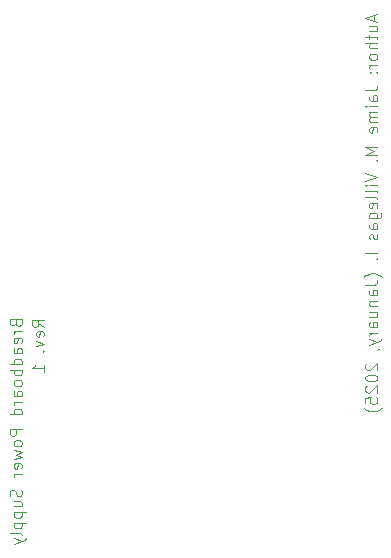
<source format=gbo>
%TF.GenerationSoftware,KiCad,Pcbnew,8.0.8*%
%TF.CreationDate,2025-01-22T22:17:37-04:00*%
%TF.ProjectId,Breadboard-3.3V-5V-power-supply,42726561-6462-46f6-9172-642d332e3356,1*%
%TF.SameCoordinates,Original*%
%TF.FileFunction,Legend,Bot*%
%TF.FilePolarity,Positive*%
%FSLAX46Y46*%
G04 Gerber Fmt 4.6, Leading zero omitted, Abs format (unit mm)*
G04 Created by KiCad (PCBNEW 8.0.8) date 2025-01-22 22:17:37*
%MOMM*%
%LPD*%
G01*
G04 APERTURE LIST*
%ADD10C,0.100000*%
G04 APERTURE END LIST*
D10*
X160698904Y-78259665D02*
X160698904Y-78735855D01*
X160984619Y-78164427D02*
X159984619Y-78497760D01*
X159984619Y-78497760D02*
X160984619Y-78831093D01*
X160317952Y-79592998D02*
X160984619Y-79592998D01*
X160317952Y-79164427D02*
X160841761Y-79164427D01*
X160841761Y-79164427D02*
X160937000Y-79212046D01*
X160937000Y-79212046D02*
X160984619Y-79307284D01*
X160984619Y-79307284D02*
X160984619Y-79450141D01*
X160984619Y-79450141D02*
X160937000Y-79545379D01*
X160937000Y-79545379D02*
X160889380Y-79592998D01*
X160317952Y-79926332D02*
X160317952Y-80307284D01*
X159984619Y-80069189D02*
X160841761Y-80069189D01*
X160841761Y-80069189D02*
X160937000Y-80116808D01*
X160937000Y-80116808D02*
X160984619Y-80212046D01*
X160984619Y-80212046D02*
X160984619Y-80307284D01*
X160984619Y-80640618D02*
X159984619Y-80640618D01*
X160984619Y-81069189D02*
X160460809Y-81069189D01*
X160460809Y-81069189D02*
X160365571Y-81021570D01*
X160365571Y-81021570D02*
X160317952Y-80926332D01*
X160317952Y-80926332D02*
X160317952Y-80783475D01*
X160317952Y-80783475D02*
X160365571Y-80688237D01*
X160365571Y-80688237D02*
X160413190Y-80640618D01*
X160984619Y-81688237D02*
X160937000Y-81592999D01*
X160937000Y-81592999D02*
X160889380Y-81545380D01*
X160889380Y-81545380D02*
X160794142Y-81497761D01*
X160794142Y-81497761D02*
X160508428Y-81497761D01*
X160508428Y-81497761D02*
X160413190Y-81545380D01*
X160413190Y-81545380D02*
X160365571Y-81592999D01*
X160365571Y-81592999D02*
X160317952Y-81688237D01*
X160317952Y-81688237D02*
X160317952Y-81831094D01*
X160317952Y-81831094D02*
X160365571Y-81926332D01*
X160365571Y-81926332D02*
X160413190Y-81973951D01*
X160413190Y-81973951D02*
X160508428Y-82021570D01*
X160508428Y-82021570D02*
X160794142Y-82021570D01*
X160794142Y-82021570D02*
X160889380Y-81973951D01*
X160889380Y-81973951D02*
X160937000Y-81926332D01*
X160937000Y-81926332D02*
X160984619Y-81831094D01*
X160984619Y-81831094D02*
X160984619Y-81688237D01*
X160984619Y-82450142D02*
X160317952Y-82450142D01*
X160508428Y-82450142D02*
X160413190Y-82497761D01*
X160413190Y-82497761D02*
X160365571Y-82545380D01*
X160365571Y-82545380D02*
X160317952Y-82640618D01*
X160317952Y-82640618D02*
X160317952Y-82735856D01*
X160889380Y-83069190D02*
X160937000Y-83116809D01*
X160937000Y-83116809D02*
X160984619Y-83069190D01*
X160984619Y-83069190D02*
X160937000Y-83021571D01*
X160937000Y-83021571D02*
X160889380Y-83069190D01*
X160889380Y-83069190D02*
X160984619Y-83069190D01*
X160365571Y-83069190D02*
X160413190Y-83116809D01*
X160413190Y-83116809D02*
X160460809Y-83069190D01*
X160460809Y-83069190D02*
X160413190Y-83021571D01*
X160413190Y-83021571D02*
X160365571Y-83069190D01*
X160365571Y-83069190D02*
X160460809Y-83069190D01*
X159984619Y-84592999D02*
X160698904Y-84592999D01*
X160698904Y-84592999D02*
X160841761Y-84545380D01*
X160841761Y-84545380D02*
X160937000Y-84450142D01*
X160937000Y-84450142D02*
X160984619Y-84307285D01*
X160984619Y-84307285D02*
X160984619Y-84212047D01*
X160984619Y-85497761D02*
X160460809Y-85497761D01*
X160460809Y-85497761D02*
X160365571Y-85450142D01*
X160365571Y-85450142D02*
X160317952Y-85354904D01*
X160317952Y-85354904D02*
X160317952Y-85164428D01*
X160317952Y-85164428D02*
X160365571Y-85069190D01*
X160937000Y-85497761D02*
X160984619Y-85402523D01*
X160984619Y-85402523D02*
X160984619Y-85164428D01*
X160984619Y-85164428D02*
X160937000Y-85069190D01*
X160937000Y-85069190D02*
X160841761Y-85021571D01*
X160841761Y-85021571D02*
X160746523Y-85021571D01*
X160746523Y-85021571D02*
X160651285Y-85069190D01*
X160651285Y-85069190D02*
X160603666Y-85164428D01*
X160603666Y-85164428D02*
X160603666Y-85402523D01*
X160603666Y-85402523D02*
X160556047Y-85497761D01*
X160984619Y-85973952D02*
X160317952Y-85973952D01*
X159984619Y-85973952D02*
X160032238Y-85926333D01*
X160032238Y-85926333D02*
X160079857Y-85973952D01*
X160079857Y-85973952D02*
X160032238Y-86021571D01*
X160032238Y-86021571D02*
X159984619Y-85973952D01*
X159984619Y-85973952D02*
X160079857Y-85973952D01*
X160984619Y-86450142D02*
X160317952Y-86450142D01*
X160413190Y-86450142D02*
X160365571Y-86497761D01*
X160365571Y-86497761D02*
X160317952Y-86592999D01*
X160317952Y-86592999D02*
X160317952Y-86735856D01*
X160317952Y-86735856D02*
X160365571Y-86831094D01*
X160365571Y-86831094D02*
X160460809Y-86878713D01*
X160460809Y-86878713D02*
X160984619Y-86878713D01*
X160460809Y-86878713D02*
X160365571Y-86926332D01*
X160365571Y-86926332D02*
X160317952Y-87021570D01*
X160317952Y-87021570D02*
X160317952Y-87164427D01*
X160317952Y-87164427D02*
X160365571Y-87259666D01*
X160365571Y-87259666D02*
X160460809Y-87307285D01*
X160460809Y-87307285D02*
X160984619Y-87307285D01*
X160937000Y-88164427D02*
X160984619Y-88069189D01*
X160984619Y-88069189D02*
X160984619Y-87878713D01*
X160984619Y-87878713D02*
X160937000Y-87783475D01*
X160937000Y-87783475D02*
X160841761Y-87735856D01*
X160841761Y-87735856D02*
X160460809Y-87735856D01*
X160460809Y-87735856D02*
X160365571Y-87783475D01*
X160365571Y-87783475D02*
X160317952Y-87878713D01*
X160317952Y-87878713D02*
X160317952Y-88069189D01*
X160317952Y-88069189D02*
X160365571Y-88164427D01*
X160365571Y-88164427D02*
X160460809Y-88212046D01*
X160460809Y-88212046D02*
X160556047Y-88212046D01*
X160556047Y-88212046D02*
X160651285Y-87735856D01*
X160984619Y-89402523D02*
X159984619Y-89402523D01*
X159984619Y-89402523D02*
X160698904Y-89735856D01*
X160698904Y-89735856D02*
X159984619Y-90069189D01*
X159984619Y-90069189D02*
X160984619Y-90069189D01*
X160889380Y-90545380D02*
X160937000Y-90592999D01*
X160937000Y-90592999D02*
X160984619Y-90545380D01*
X160984619Y-90545380D02*
X160937000Y-90497761D01*
X160937000Y-90497761D02*
X160889380Y-90545380D01*
X160889380Y-90545380D02*
X160984619Y-90545380D01*
X159984619Y-91640618D02*
X160984619Y-91973951D01*
X160984619Y-91973951D02*
X159984619Y-92307284D01*
X160984619Y-92640618D02*
X160317952Y-92640618D01*
X159984619Y-92640618D02*
X160032238Y-92592999D01*
X160032238Y-92592999D02*
X160079857Y-92640618D01*
X160079857Y-92640618D02*
X160032238Y-92688237D01*
X160032238Y-92688237D02*
X159984619Y-92640618D01*
X159984619Y-92640618D02*
X160079857Y-92640618D01*
X160984619Y-93259665D02*
X160937000Y-93164427D01*
X160937000Y-93164427D02*
X160841761Y-93116808D01*
X160841761Y-93116808D02*
X159984619Y-93116808D01*
X160984619Y-93783475D02*
X160937000Y-93688237D01*
X160937000Y-93688237D02*
X160841761Y-93640618D01*
X160841761Y-93640618D02*
X159984619Y-93640618D01*
X160937000Y-94545380D02*
X160984619Y-94450142D01*
X160984619Y-94450142D02*
X160984619Y-94259666D01*
X160984619Y-94259666D02*
X160937000Y-94164428D01*
X160937000Y-94164428D02*
X160841761Y-94116809D01*
X160841761Y-94116809D02*
X160460809Y-94116809D01*
X160460809Y-94116809D02*
X160365571Y-94164428D01*
X160365571Y-94164428D02*
X160317952Y-94259666D01*
X160317952Y-94259666D02*
X160317952Y-94450142D01*
X160317952Y-94450142D02*
X160365571Y-94545380D01*
X160365571Y-94545380D02*
X160460809Y-94592999D01*
X160460809Y-94592999D02*
X160556047Y-94592999D01*
X160556047Y-94592999D02*
X160651285Y-94116809D01*
X160317952Y-95450142D02*
X161127476Y-95450142D01*
X161127476Y-95450142D02*
X161222714Y-95402523D01*
X161222714Y-95402523D02*
X161270333Y-95354904D01*
X161270333Y-95354904D02*
X161317952Y-95259666D01*
X161317952Y-95259666D02*
X161317952Y-95116809D01*
X161317952Y-95116809D02*
X161270333Y-95021571D01*
X160937000Y-95450142D02*
X160984619Y-95354904D01*
X160984619Y-95354904D02*
X160984619Y-95164428D01*
X160984619Y-95164428D02*
X160937000Y-95069190D01*
X160937000Y-95069190D02*
X160889380Y-95021571D01*
X160889380Y-95021571D02*
X160794142Y-94973952D01*
X160794142Y-94973952D02*
X160508428Y-94973952D01*
X160508428Y-94973952D02*
X160413190Y-95021571D01*
X160413190Y-95021571D02*
X160365571Y-95069190D01*
X160365571Y-95069190D02*
X160317952Y-95164428D01*
X160317952Y-95164428D02*
X160317952Y-95354904D01*
X160317952Y-95354904D02*
X160365571Y-95450142D01*
X160984619Y-96354904D02*
X160460809Y-96354904D01*
X160460809Y-96354904D02*
X160365571Y-96307285D01*
X160365571Y-96307285D02*
X160317952Y-96212047D01*
X160317952Y-96212047D02*
X160317952Y-96021571D01*
X160317952Y-96021571D02*
X160365571Y-95926333D01*
X160937000Y-96354904D02*
X160984619Y-96259666D01*
X160984619Y-96259666D02*
X160984619Y-96021571D01*
X160984619Y-96021571D02*
X160937000Y-95926333D01*
X160937000Y-95926333D02*
X160841761Y-95878714D01*
X160841761Y-95878714D02*
X160746523Y-95878714D01*
X160746523Y-95878714D02*
X160651285Y-95926333D01*
X160651285Y-95926333D02*
X160603666Y-96021571D01*
X160603666Y-96021571D02*
X160603666Y-96259666D01*
X160603666Y-96259666D02*
X160556047Y-96354904D01*
X160937000Y-96783476D02*
X160984619Y-96878714D01*
X160984619Y-96878714D02*
X160984619Y-97069190D01*
X160984619Y-97069190D02*
X160937000Y-97164428D01*
X160937000Y-97164428D02*
X160841761Y-97212047D01*
X160841761Y-97212047D02*
X160794142Y-97212047D01*
X160794142Y-97212047D02*
X160698904Y-97164428D01*
X160698904Y-97164428D02*
X160651285Y-97069190D01*
X160651285Y-97069190D02*
X160651285Y-96926333D01*
X160651285Y-96926333D02*
X160603666Y-96831095D01*
X160603666Y-96831095D02*
X160508428Y-96783476D01*
X160508428Y-96783476D02*
X160460809Y-96783476D01*
X160460809Y-96783476D02*
X160365571Y-96831095D01*
X160365571Y-96831095D02*
X160317952Y-96926333D01*
X160317952Y-96926333D02*
X160317952Y-97069190D01*
X160317952Y-97069190D02*
X160365571Y-97164428D01*
X160984619Y-98402524D02*
X159984619Y-98402524D01*
X160889380Y-98878714D02*
X160937000Y-98926333D01*
X160937000Y-98926333D02*
X160984619Y-98878714D01*
X160984619Y-98878714D02*
X160937000Y-98831095D01*
X160937000Y-98831095D02*
X160889380Y-98878714D01*
X160889380Y-98878714D02*
X160984619Y-98878714D01*
X161365571Y-100402523D02*
X161317952Y-100354904D01*
X161317952Y-100354904D02*
X161175095Y-100259666D01*
X161175095Y-100259666D02*
X161079857Y-100212047D01*
X161079857Y-100212047D02*
X160937000Y-100164428D01*
X160937000Y-100164428D02*
X160698904Y-100116809D01*
X160698904Y-100116809D02*
X160508428Y-100116809D01*
X160508428Y-100116809D02*
X160270333Y-100164428D01*
X160270333Y-100164428D02*
X160127476Y-100212047D01*
X160127476Y-100212047D02*
X160032238Y-100259666D01*
X160032238Y-100259666D02*
X159889380Y-100354904D01*
X159889380Y-100354904D02*
X159841761Y-100402523D01*
X159984619Y-101069190D02*
X160698904Y-101069190D01*
X160698904Y-101069190D02*
X160841761Y-101021571D01*
X160841761Y-101021571D02*
X160937000Y-100926333D01*
X160937000Y-100926333D02*
X160984619Y-100783476D01*
X160984619Y-100783476D02*
X160984619Y-100688238D01*
X160984619Y-101973952D02*
X160460809Y-101973952D01*
X160460809Y-101973952D02*
X160365571Y-101926333D01*
X160365571Y-101926333D02*
X160317952Y-101831095D01*
X160317952Y-101831095D02*
X160317952Y-101640619D01*
X160317952Y-101640619D02*
X160365571Y-101545381D01*
X160937000Y-101973952D02*
X160984619Y-101878714D01*
X160984619Y-101878714D02*
X160984619Y-101640619D01*
X160984619Y-101640619D02*
X160937000Y-101545381D01*
X160937000Y-101545381D02*
X160841761Y-101497762D01*
X160841761Y-101497762D02*
X160746523Y-101497762D01*
X160746523Y-101497762D02*
X160651285Y-101545381D01*
X160651285Y-101545381D02*
X160603666Y-101640619D01*
X160603666Y-101640619D02*
X160603666Y-101878714D01*
X160603666Y-101878714D02*
X160556047Y-101973952D01*
X160317952Y-102450143D02*
X160984619Y-102450143D01*
X160413190Y-102450143D02*
X160365571Y-102497762D01*
X160365571Y-102497762D02*
X160317952Y-102593000D01*
X160317952Y-102593000D02*
X160317952Y-102735857D01*
X160317952Y-102735857D02*
X160365571Y-102831095D01*
X160365571Y-102831095D02*
X160460809Y-102878714D01*
X160460809Y-102878714D02*
X160984619Y-102878714D01*
X160317952Y-103783476D02*
X160984619Y-103783476D01*
X160317952Y-103354905D02*
X160841761Y-103354905D01*
X160841761Y-103354905D02*
X160937000Y-103402524D01*
X160937000Y-103402524D02*
X160984619Y-103497762D01*
X160984619Y-103497762D02*
X160984619Y-103640619D01*
X160984619Y-103640619D02*
X160937000Y-103735857D01*
X160937000Y-103735857D02*
X160889380Y-103783476D01*
X160984619Y-104688238D02*
X160460809Y-104688238D01*
X160460809Y-104688238D02*
X160365571Y-104640619D01*
X160365571Y-104640619D02*
X160317952Y-104545381D01*
X160317952Y-104545381D02*
X160317952Y-104354905D01*
X160317952Y-104354905D02*
X160365571Y-104259667D01*
X160937000Y-104688238D02*
X160984619Y-104593000D01*
X160984619Y-104593000D02*
X160984619Y-104354905D01*
X160984619Y-104354905D02*
X160937000Y-104259667D01*
X160937000Y-104259667D02*
X160841761Y-104212048D01*
X160841761Y-104212048D02*
X160746523Y-104212048D01*
X160746523Y-104212048D02*
X160651285Y-104259667D01*
X160651285Y-104259667D02*
X160603666Y-104354905D01*
X160603666Y-104354905D02*
X160603666Y-104593000D01*
X160603666Y-104593000D02*
X160556047Y-104688238D01*
X160984619Y-105164429D02*
X160317952Y-105164429D01*
X160508428Y-105164429D02*
X160413190Y-105212048D01*
X160413190Y-105212048D02*
X160365571Y-105259667D01*
X160365571Y-105259667D02*
X160317952Y-105354905D01*
X160317952Y-105354905D02*
X160317952Y-105450143D01*
X160317952Y-105688239D02*
X160984619Y-105926334D01*
X160317952Y-106164429D02*
X160984619Y-105926334D01*
X160984619Y-105926334D02*
X161222714Y-105831096D01*
X161222714Y-105831096D02*
X161270333Y-105783477D01*
X161270333Y-105783477D02*
X161317952Y-105688239D01*
X160937000Y-106593001D02*
X160984619Y-106593001D01*
X160984619Y-106593001D02*
X161079857Y-106545382D01*
X161079857Y-106545382D02*
X161127476Y-106497763D01*
X160079857Y-107735858D02*
X160032238Y-107783477D01*
X160032238Y-107783477D02*
X159984619Y-107878715D01*
X159984619Y-107878715D02*
X159984619Y-108116810D01*
X159984619Y-108116810D02*
X160032238Y-108212048D01*
X160032238Y-108212048D02*
X160079857Y-108259667D01*
X160079857Y-108259667D02*
X160175095Y-108307286D01*
X160175095Y-108307286D02*
X160270333Y-108307286D01*
X160270333Y-108307286D02*
X160413190Y-108259667D01*
X160413190Y-108259667D02*
X160984619Y-107688239D01*
X160984619Y-107688239D02*
X160984619Y-108307286D01*
X159984619Y-108926334D02*
X159984619Y-109021572D01*
X159984619Y-109021572D02*
X160032238Y-109116810D01*
X160032238Y-109116810D02*
X160079857Y-109164429D01*
X160079857Y-109164429D02*
X160175095Y-109212048D01*
X160175095Y-109212048D02*
X160365571Y-109259667D01*
X160365571Y-109259667D02*
X160603666Y-109259667D01*
X160603666Y-109259667D02*
X160794142Y-109212048D01*
X160794142Y-109212048D02*
X160889380Y-109164429D01*
X160889380Y-109164429D02*
X160937000Y-109116810D01*
X160937000Y-109116810D02*
X160984619Y-109021572D01*
X160984619Y-109021572D02*
X160984619Y-108926334D01*
X160984619Y-108926334D02*
X160937000Y-108831096D01*
X160937000Y-108831096D02*
X160889380Y-108783477D01*
X160889380Y-108783477D02*
X160794142Y-108735858D01*
X160794142Y-108735858D02*
X160603666Y-108688239D01*
X160603666Y-108688239D02*
X160365571Y-108688239D01*
X160365571Y-108688239D02*
X160175095Y-108735858D01*
X160175095Y-108735858D02*
X160079857Y-108783477D01*
X160079857Y-108783477D02*
X160032238Y-108831096D01*
X160032238Y-108831096D02*
X159984619Y-108926334D01*
X160079857Y-109640620D02*
X160032238Y-109688239D01*
X160032238Y-109688239D02*
X159984619Y-109783477D01*
X159984619Y-109783477D02*
X159984619Y-110021572D01*
X159984619Y-110021572D02*
X160032238Y-110116810D01*
X160032238Y-110116810D02*
X160079857Y-110164429D01*
X160079857Y-110164429D02*
X160175095Y-110212048D01*
X160175095Y-110212048D02*
X160270333Y-110212048D01*
X160270333Y-110212048D02*
X160413190Y-110164429D01*
X160413190Y-110164429D02*
X160984619Y-109593001D01*
X160984619Y-109593001D02*
X160984619Y-110212048D01*
X159984619Y-111116810D02*
X159984619Y-110640620D01*
X159984619Y-110640620D02*
X160460809Y-110593001D01*
X160460809Y-110593001D02*
X160413190Y-110640620D01*
X160413190Y-110640620D02*
X160365571Y-110735858D01*
X160365571Y-110735858D02*
X160365571Y-110973953D01*
X160365571Y-110973953D02*
X160413190Y-111069191D01*
X160413190Y-111069191D02*
X160460809Y-111116810D01*
X160460809Y-111116810D02*
X160556047Y-111164429D01*
X160556047Y-111164429D02*
X160794142Y-111164429D01*
X160794142Y-111164429D02*
X160889380Y-111116810D01*
X160889380Y-111116810D02*
X160937000Y-111069191D01*
X160937000Y-111069191D02*
X160984619Y-110973953D01*
X160984619Y-110973953D02*
X160984619Y-110735858D01*
X160984619Y-110735858D02*
X160937000Y-110640620D01*
X160937000Y-110640620D02*
X160889380Y-110593001D01*
X161365571Y-111497763D02*
X161317952Y-111545382D01*
X161317952Y-111545382D02*
X161175095Y-111640620D01*
X161175095Y-111640620D02*
X161079857Y-111688239D01*
X161079857Y-111688239D02*
X160937000Y-111735858D01*
X160937000Y-111735858D02*
X160698904Y-111783477D01*
X160698904Y-111783477D02*
X160508428Y-111783477D01*
X160508428Y-111783477D02*
X160270333Y-111735858D01*
X160270333Y-111735858D02*
X160127476Y-111688239D01*
X160127476Y-111688239D02*
X160032238Y-111640620D01*
X160032238Y-111640620D02*
X159889380Y-111545382D01*
X159889380Y-111545382D02*
X159841761Y-111497763D01*
X132765219Y-104634312D02*
X132289028Y-104300979D01*
X132765219Y-104062884D02*
X131765219Y-104062884D01*
X131765219Y-104062884D02*
X131765219Y-104443836D01*
X131765219Y-104443836D02*
X131812838Y-104539074D01*
X131812838Y-104539074D02*
X131860457Y-104586693D01*
X131860457Y-104586693D02*
X131955695Y-104634312D01*
X131955695Y-104634312D02*
X132098552Y-104634312D01*
X132098552Y-104634312D02*
X132193790Y-104586693D01*
X132193790Y-104586693D02*
X132241409Y-104539074D01*
X132241409Y-104539074D02*
X132289028Y-104443836D01*
X132289028Y-104443836D02*
X132289028Y-104062884D01*
X132717600Y-105443836D02*
X132765219Y-105348598D01*
X132765219Y-105348598D02*
X132765219Y-105158122D01*
X132765219Y-105158122D02*
X132717600Y-105062884D01*
X132717600Y-105062884D02*
X132622361Y-105015265D01*
X132622361Y-105015265D02*
X132241409Y-105015265D01*
X132241409Y-105015265D02*
X132146171Y-105062884D01*
X132146171Y-105062884D02*
X132098552Y-105158122D01*
X132098552Y-105158122D02*
X132098552Y-105348598D01*
X132098552Y-105348598D02*
X132146171Y-105443836D01*
X132146171Y-105443836D02*
X132241409Y-105491455D01*
X132241409Y-105491455D02*
X132336647Y-105491455D01*
X132336647Y-105491455D02*
X132431885Y-105015265D01*
X132098552Y-105824789D02*
X132765219Y-106062884D01*
X132765219Y-106062884D02*
X132098552Y-106300979D01*
X132669980Y-106681932D02*
X132717600Y-106729551D01*
X132717600Y-106729551D02*
X132765219Y-106681932D01*
X132765219Y-106681932D02*
X132717600Y-106634313D01*
X132717600Y-106634313D02*
X132669980Y-106681932D01*
X132669980Y-106681932D02*
X132765219Y-106681932D01*
X132765219Y-108443836D02*
X132765219Y-107872408D01*
X132765219Y-108158122D02*
X131765219Y-108158122D01*
X131765219Y-108158122D02*
X131908076Y-108062884D01*
X131908076Y-108062884D02*
X132003314Y-107967646D01*
X132003314Y-107967646D02*
X132050933Y-107872408D01*
X130361809Y-104320017D02*
X130409428Y-104462874D01*
X130409428Y-104462874D02*
X130457047Y-104510493D01*
X130457047Y-104510493D02*
X130552285Y-104558112D01*
X130552285Y-104558112D02*
X130695142Y-104558112D01*
X130695142Y-104558112D02*
X130790380Y-104510493D01*
X130790380Y-104510493D02*
X130838000Y-104462874D01*
X130838000Y-104462874D02*
X130885619Y-104367636D01*
X130885619Y-104367636D02*
X130885619Y-103986684D01*
X130885619Y-103986684D02*
X129885619Y-103986684D01*
X129885619Y-103986684D02*
X129885619Y-104320017D01*
X129885619Y-104320017D02*
X129933238Y-104415255D01*
X129933238Y-104415255D02*
X129980857Y-104462874D01*
X129980857Y-104462874D02*
X130076095Y-104510493D01*
X130076095Y-104510493D02*
X130171333Y-104510493D01*
X130171333Y-104510493D02*
X130266571Y-104462874D01*
X130266571Y-104462874D02*
X130314190Y-104415255D01*
X130314190Y-104415255D02*
X130361809Y-104320017D01*
X130361809Y-104320017D02*
X130361809Y-103986684D01*
X130885619Y-104986684D02*
X130218952Y-104986684D01*
X130409428Y-104986684D02*
X130314190Y-105034303D01*
X130314190Y-105034303D02*
X130266571Y-105081922D01*
X130266571Y-105081922D02*
X130218952Y-105177160D01*
X130218952Y-105177160D02*
X130218952Y-105272398D01*
X130838000Y-105986684D02*
X130885619Y-105891446D01*
X130885619Y-105891446D02*
X130885619Y-105700970D01*
X130885619Y-105700970D02*
X130838000Y-105605732D01*
X130838000Y-105605732D02*
X130742761Y-105558113D01*
X130742761Y-105558113D02*
X130361809Y-105558113D01*
X130361809Y-105558113D02*
X130266571Y-105605732D01*
X130266571Y-105605732D02*
X130218952Y-105700970D01*
X130218952Y-105700970D02*
X130218952Y-105891446D01*
X130218952Y-105891446D02*
X130266571Y-105986684D01*
X130266571Y-105986684D02*
X130361809Y-106034303D01*
X130361809Y-106034303D02*
X130457047Y-106034303D01*
X130457047Y-106034303D02*
X130552285Y-105558113D01*
X130885619Y-106891446D02*
X130361809Y-106891446D01*
X130361809Y-106891446D02*
X130266571Y-106843827D01*
X130266571Y-106843827D02*
X130218952Y-106748589D01*
X130218952Y-106748589D02*
X130218952Y-106558113D01*
X130218952Y-106558113D02*
X130266571Y-106462875D01*
X130838000Y-106891446D02*
X130885619Y-106796208D01*
X130885619Y-106796208D02*
X130885619Y-106558113D01*
X130885619Y-106558113D02*
X130838000Y-106462875D01*
X130838000Y-106462875D02*
X130742761Y-106415256D01*
X130742761Y-106415256D02*
X130647523Y-106415256D01*
X130647523Y-106415256D02*
X130552285Y-106462875D01*
X130552285Y-106462875D02*
X130504666Y-106558113D01*
X130504666Y-106558113D02*
X130504666Y-106796208D01*
X130504666Y-106796208D02*
X130457047Y-106891446D01*
X130885619Y-107796208D02*
X129885619Y-107796208D01*
X130838000Y-107796208D02*
X130885619Y-107700970D01*
X130885619Y-107700970D02*
X130885619Y-107510494D01*
X130885619Y-107510494D02*
X130838000Y-107415256D01*
X130838000Y-107415256D02*
X130790380Y-107367637D01*
X130790380Y-107367637D02*
X130695142Y-107320018D01*
X130695142Y-107320018D02*
X130409428Y-107320018D01*
X130409428Y-107320018D02*
X130314190Y-107367637D01*
X130314190Y-107367637D02*
X130266571Y-107415256D01*
X130266571Y-107415256D02*
X130218952Y-107510494D01*
X130218952Y-107510494D02*
X130218952Y-107700970D01*
X130218952Y-107700970D02*
X130266571Y-107796208D01*
X130885619Y-108272399D02*
X129885619Y-108272399D01*
X130266571Y-108272399D02*
X130218952Y-108367637D01*
X130218952Y-108367637D02*
X130218952Y-108558113D01*
X130218952Y-108558113D02*
X130266571Y-108653351D01*
X130266571Y-108653351D02*
X130314190Y-108700970D01*
X130314190Y-108700970D02*
X130409428Y-108748589D01*
X130409428Y-108748589D02*
X130695142Y-108748589D01*
X130695142Y-108748589D02*
X130790380Y-108700970D01*
X130790380Y-108700970D02*
X130838000Y-108653351D01*
X130838000Y-108653351D02*
X130885619Y-108558113D01*
X130885619Y-108558113D02*
X130885619Y-108367637D01*
X130885619Y-108367637D02*
X130838000Y-108272399D01*
X130885619Y-109320018D02*
X130838000Y-109224780D01*
X130838000Y-109224780D02*
X130790380Y-109177161D01*
X130790380Y-109177161D02*
X130695142Y-109129542D01*
X130695142Y-109129542D02*
X130409428Y-109129542D01*
X130409428Y-109129542D02*
X130314190Y-109177161D01*
X130314190Y-109177161D02*
X130266571Y-109224780D01*
X130266571Y-109224780D02*
X130218952Y-109320018D01*
X130218952Y-109320018D02*
X130218952Y-109462875D01*
X130218952Y-109462875D02*
X130266571Y-109558113D01*
X130266571Y-109558113D02*
X130314190Y-109605732D01*
X130314190Y-109605732D02*
X130409428Y-109653351D01*
X130409428Y-109653351D02*
X130695142Y-109653351D01*
X130695142Y-109653351D02*
X130790380Y-109605732D01*
X130790380Y-109605732D02*
X130838000Y-109558113D01*
X130838000Y-109558113D02*
X130885619Y-109462875D01*
X130885619Y-109462875D02*
X130885619Y-109320018D01*
X130885619Y-110510494D02*
X130361809Y-110510494D01*
X130361809Y-110510494D02*
X130266571Y-110462875D01*
X130266571Y-110462875D02*
X130218952Y-110367637D01*
X130218952Y-110367637D02*
X130218952Y-110177161D01*
X130218952Y-110177161D02*
X130266571Y-110081923D01*
X130838000Y-110510494D02*
X130885619Y-110415256D01*
X130885619Y-110415256D02*
X130885619Y-110177161D01*
X130885619Y-110177161D02*
X130838000Y-110081923D01*
X130838000Y-110081923D02*
X130742761Y-110034304D01*
X130742761Y-110034304D02*
X130647523Y-110034304D01*
X130647523Y-110034304D02*
X130552285Y-110081923D01*
X130552285Y-110081923D02*
X130504666Y-110177161D01*
X130504666Y-110177161D02*
X130504666Y-110415256D01*
X130504666Y-110415256D02*
X130457047Y-110510494D01*
X130885619Y-110986685D02*
X130218952Y-110986685D01*
X130409428Y-110986685D02*
X130314190Y-111034304D01*
X130314190Y-111034304D02*
X130266571Y-111081923D01*
X130266571Y-111081923D02*
X130218952Y-111177161D01*
X130218952Y-111177161D02*
X130218952Y-111272399D01*
X130885619Y-112034304D02*
X129885619Y-112034304D01*
X130838000Y-112034304D02*
X130885619Y-111939066D01*
X130885619Y-111939066D02*
X130885619Y-111748590D01*
X130885619Y-111748590D02*
X130838000Y-111653352D01*
X130838000Y-111653352D02*
X130790380Y-111605733D01*
X130790380Y-111605733D02*
X130695142Y-111558114D01*
X130695142Y-111558114D02*
X130409428Y-111558114D01*
X130409428Y-111558114D02*
X130314190Y-111605733D01*
X130314190Y-111605733D02*
X130266571Y-111653352D01*
X130266571Y-111653352D02*
X130218952Y-111748590D01*
X130218952Y-111748590D02*
X130218952Y-111939066D01*
X130218952Y-111939066D02*
X130266571Y-112034304D01*
X130885619Y-113272400D02*
X129885619Y-113272400D01*
X129885619Y-113272400D02*
X129885619Y-113653352D01*
X129885619Y-113653352D02*
X129933238Y-113748590D01*
X129933238Y-113748590D02*
X129980857Y-113796209D01*
X129980857Y-113796209D02*
X130076095Y-113843828D01*
X130076095Y-113843828D02*
X130218952Y-113843828D01*
X130218952Y-113843828D02*
X130314190Y-113796209D01*
X130314190Y-113796209D02*
X130361809Y-113748590D01*
X130361809Y-113748590D02*
X130409428Y-113653352D01*
X130409428Y-113653352D02*
X130409428Y-113272400D01*
X130885619Y-114415257D02*
X130838000Y-114320019D01*
X130838000Y-114320019D02*
X130790380Y-114272400D01*
X130790380Y-114272400D02*
X130695142Y-114224781D01*
X130695142Y-114224781D02*
X130409428Y-114224781D01*
X130409428Y-114224781D02*
X130314190Y-114272400D01*
X130314190Y-114272400D02*
X130266571Y-114320019D01*
X130266571Y-114320019D02*
X130218952Y-114415257D01*
X130218952Y-114415257D02*
X130218952Y-114558114D01*
X130218952Y-114558114D02*
X130266571Y-114653352D01*
X130266571Y-114653352D02*
X130314190Y-114700971D01*
X130314190Y-114700971D02*
X130409428Y-114748590D01*
X130409428Y-114748590D02*
X130695142Y-114748590D01*
X130695142Y-114748590D02*
X130790380Y-114700971D01*
X130790380Y-114700971D02*
X130838000Y-114653352D01*
X130838000Y-114653352D02*
X130885619Y-114558114D01*
X130885619Y-114558114D02*
X130885619Y-114415257D01*
X130218952Y-115081924D02*
X130885619Y-115272400D01*
X130885619Y-115272400D02*
X130409428Y-115462876D01*
X130409428Y-115462876D02*
X130885619Y-115653352D01*
X130885619Y-115653352D02*
X130218952Y-115843828D01*
X130838000Y-116605733D02*
X130885619Y-116510495D01*
X130885619Y-116510495D02*
X130885619Y-116320019D01*
X130885619Y-116320019D02*
X130838000Y-116224781D01*
X130838000Y-116224781D02*
X130742761Y-116177162D01*
X130742761Y-116177162D02*
X130361809Y-116177162D01*
X130361809Y-116177162D02*
X130266571Y-116224781D01*
X130266571Y-116224781D02*
X130218952Y-116320019D01*
X130218952Y-116320019D02*
X130218952Y-116510495D01*
X130218952Y-116510495D02*
X130266571Y-116605733D01*
X130266571Y-116605733D02*
X130361809Y-116653352D01*
X130361809Y-116653352D02*
X130457047Y-116653352D01*
X130457047Y-116653352D02*
X130552285Y-116177162D01*
X130885619Y-117081924D02*
X130218952Y-117081924D01*
X130409428Y-117081924D02*
X130314190Y-117129543D01*
X130314190Y-117129543D02*
X130266571Y-117177162D01*
X130266571Y-117177162D02*
X130218952Y-117272400D01*
X130218952Y-117272400D02*
X130218952Y-117367638D01*
X130838000Y-118415258D02*
X130885619Y-118558115D01*
X130885619Y-118558115D02*
X130885619Y-118796210D01*
X130885619Y-118796210D02*
X130838000Y-118891448D01*
X130838000Y-118891448D02*
X130790380Y-118939067D01*
X130790380Y-118939067D02*
X130695142Y-118986686D01*
X130695142Y-118986686D02*
X130599904Y-118986686D01*
X130599904Y-118986686D02*
X130504666Y-118939067D01*
X130504666Y-118939067D02*
X130457047Y-118891448D01*
X130457047Y-118891448D02*
X130409428Y-118796210D01*
X130409428Y-118796210D02*
X130361809Y-118605734D01*
X130361809Y-118605734D02*
X130314190Y-118510496D01*
X130314190Y-118510496D02*
X130266571Y-118462877D01*
X130266571Y-118462877D02*
X130171333Y-118415258D01*
X130171333Y-118415258D02*
X130076095Y-118415258D01*
X130076095Y-118415258D02*
X129980857Y-118462877D01*
X129980857Y-118462877D02*
X129933238Y-118510496D01*
X129933238Y-118510496D02*
X129885619Y-118605734D01*
X129885619Y-118605734D02*
X129885619Y-118843829D01*
X129885619Y-118843829D02*
X129933238Y-118986686D01*
X130218952Y-119843829D02*
X130885619Y-119843829D01*
X130218952Y-119415258D02*
X130742761Y-119415258D01*
X130742761Y-119415258D02*
X130838000Y-119462877D01*
X130838000Y-119462877D02*
X130885619Y-119558115D01*
X130885619Y-119558115D02*
X130885619Y-119700972D01*
X130885619Y-119700972D02*
X130838000Y-119796210D01*
X130838000Y-119796210D02*
X130790380Y-119843829D01*
X130218952Y-120320020D02*
X131218952Y-120320020D01*
X130266571Y-120320020D02*
X130218952Y-120415258D01*
X130218952Y-120415258D02*
X130218952Y-120605734D01*
X130218952Y-120605734D02*
X130266571Y-120700972D01*
X130266571Y-120700972D02*
X130314190Y-120748591D01*
X130314190Y-120748591D02*
X130409428Y-120796210D01*
X130409428Y-120796210D02*
X130695142Y-120796210D01*
X130695142Y-120796210D02*
X130790380Y-120748591D01*
X130790380Y-120748591D02*
X130838000Y-120700972D01*
X130838000Y-120700972D02*
X130885619Y-120605734D01*
X130885619Y-120605734D02*
X130885619Y-120415258D01*
X130885619Y-120415258D02*
X130838000Y-120320020D01*
X130218952Y-121224782D02*
X131218952Y-121224782D01*
X130266571Y-121224782D02*
X130218952Y-121320020D01*
X130218952Y-121320020D02*
X130218952Y-121510496D01*
X130218952Y-121510496D02*
X130266571Y-121605734D01*
X130266571Y-121605734D02*
X130314190Y-121653353D01*
X130314190Y-121653353D02*
X130409428Y-121700972D01*
X130409428Y-121700972D02*
X130695142Y-121700972D01*
X130695142Y-121700972D02*
X130790380Y-121653353D01*
X130790380Y-121653353D02*
X130838000Y-121605734D01*
X130838000Y-121605734D02*
X130885619Y-121510496D01*
X130885619Y-121510496D02*
X130885619Y-121320020D01*
X130885619Y-121320020D02*
X130838000Y-121224782D01*
X130885619Y-122272401D02*
X130838000Y-122177163D01*
X130838000Y-122177163D02*
X130742761Y-122129544D01*
X130742761Y-122129544D02*
X129885619Y-122129544D01*
X130218952Y-122558116D02*
X130885619Y-122796211D01*
X130218952Y-123034306D02*
X130885619Y-122796211D01*
X130885619Y-122796211D02*
X131123714Y-122700973D01*
X131123714Y-122700973D02*
X131171333Y-122653354D01*
X131171333Y-122653354D02*
X131218952Y-122558116D01*
M02*

</source>
